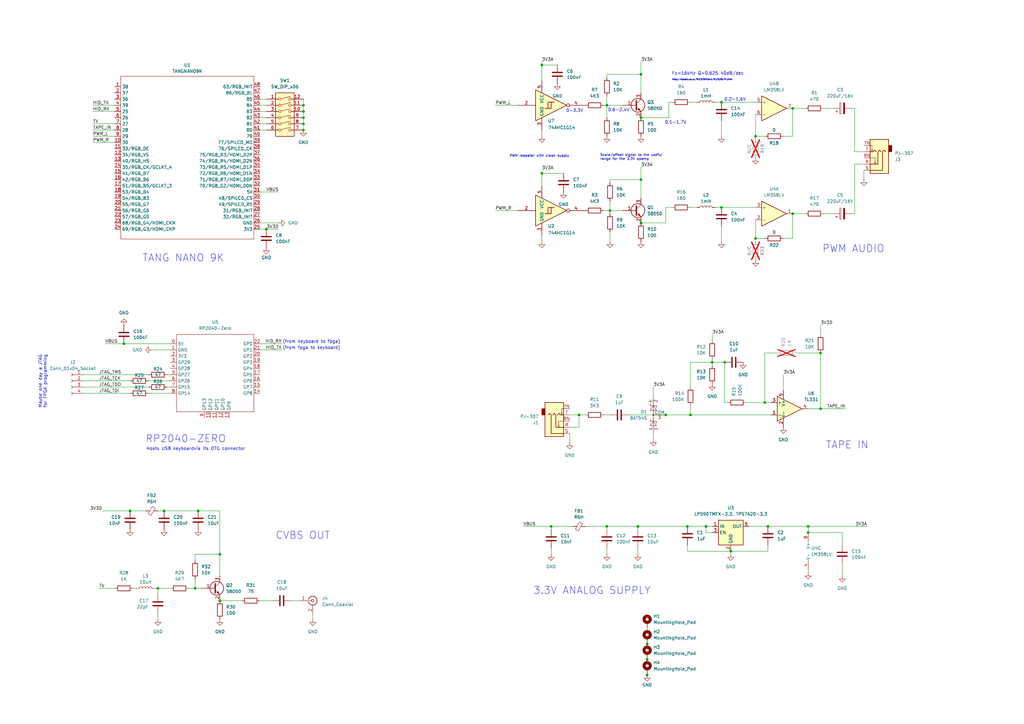
<source format=kicad_sch>
(kicad_sch (version 20231120) (generator "eeschema") (generator_version "8.0")
  (paper "A3")
  (title_block (title "VECTOR06CC TANG NANO 9K CARRIER BOARD") (rev "A") (company "svofski") (comment 1 "https://caglrc.cc") (comment 2 "https://github.com/svofski/vector06cc/"))
  (junction (at 295.91 41.91))
  (junction (at 325.12 87.63))
  (junction (at 295.91 85.09))
  (junction (at 265.43 276.86))
  (junction (at 262.89 73.66))
  (junction (at 226.06 215.9))
  (junction (at 262.89 30.48))
  (junction (at 237.49 170.18))
  (junction (at 64.77 241.3))
  (junction (at 313.69 165.1))
  (junction (at 314.96 215.9))
  (junction (at 297.18 148.59))
  (junction (at 309.88 55.88))
  (junction (at 53.34 209.55))
  (junction (at 67.31 209.55))
  (junction (at 336.55 167.64))
  (junction (at 265.43 270.51))
  (junction (at 80.01 241.3))
  (junction (at 222.25 71.12))
  (junction (at 336.55 144.78))
  (junction (at 124.46 50.8))
  (junction (at 81.28 209.55))
  (junction (at 248.92 215.9))
  (junction (at 262.89 48.26))
  (junction (at 292.1 148.59))
  (junction (at 331.47 215.9))
  (junction (at 250.19 86.36))
  (junction (at 281.94 215.9))
  (junction (at 109.22 93.98))
  (junction (at 124.46 53.34))
  (junction (at 265.43 264.16))
  (junction (at 325.12 44.45))
  (junction (at 299.72 226.06))
  (junction (at 261.62 215.9))
  (junction (at 124.46 43.18))
  (junction (at 50.8 140.97))
  (junction (at 273.05 170.18))
  (junction (at 262.89 91.44))
  (junction (at 309.88 97.79))
  (junction (at 248.92 43.18))
  (junction (at 90.17 246.38))
  (junction (at 90.17 227.33))
  (junction (at 222.25 26.67))
  (junction (at 124.46 48.26))
  (junction (at 283.21 170.18))
  (junction (at 331.47 218.44))
  (junction (at 289.56 215.9))
  (junction (at 124.46 45.72))
  (wire (pts (xy 106.68 78.74) (xy 114.3 78.74)))
  (wire (pts (xy 262.89 48.26) (xy 274.32 48.26)))
  (wire (pts (xy 314.96 215.9) (xy 331.47 215.9)))
  (wire (pts (xy 222.25 69.85) (xy 222.25 71.12)))
  (wire (pts (xy 124.46 45.72) (xy 124.46 48.26)))
  (wire (pts (xy 281.94 215.9) (xy 289.56 215.9)))
  (wire (pts (xy 222.25 71.12) (xy 231.14 71.12)))
  (wire (pts (xy 64.77 241.3) (xy 64.77 243.84)))
  (wire (pts (xy 289.56 215.9) (xy 292.1 215.9)))
  (wire (pts (xy 331.47 215.9) (xy 331.47 218.44)))
  (wire (pts (xy 349.25 87.63) (xy 350.52 87.63)))
  (wire (pts (xy 124.46 50.8) (xy 124.46 53.34)))
  (wire (pts (xy 293.37 85.09) (xy 295.91 85.09)))
  (wire (pts (xy 307.34 215.9) (xy 314.96 215.9)))
  (wire (pts (xy 273.05 170.18) (xy 283.21 170.18)))
  (wire (pts (xy 250.19 99.06) (xy 250.19 95.25)))
  (wire (pts (xy 267.97 177.8) (xy 267.97 180.34)))
  (wire (pts (xy 262.89 81.28) (xy 262.89 73.66)))
  (wire (pts (xy 261.62 215.9) (xy 281.94 215.9)))
  (wire (pts (xy 64.77 241.3) (xy 69.85 241.3)))
  (wire (pts (xy 331.47 167.64) (xy 336.55 167.64)))
  (wire (pts (xy 321.31 153.67) (xy 321.31 160.02)))
  (wire (pts (xy 248.92 30.48) (xy 248.92 31.75)))
  (wire (pts (xy 248.92 215.9) (xy 261.62 215.9)))
  (wire (pts (xy 80.01 229.87) (xy 80.01 227.33)))
  (wire (pts (xy 34.29 156.21) (xy 53.34 156.21)))
  (wire (pts (xy 106.68 40.64) (xy 109.22 40.64)))
  (wire (pts (xy 106.68 143.51) (xy 115.57 143.51)))
  (wire (pts (xy 261.62 215.9) (xy 261.62 217.17)))
  (wire (pts (xy 257.81 170.18) (xy 273.05 170.18)))
  (wire (pts (xy 62.23 143.51) (xy 69.85 143.51)))
  (wire (pts (xy 350.52 62.23) (xy 354.33 62.23)))
  (wire (pts (xy 293.37 41.91) (xy 295.91 41.91)))
  (wire (pts (xy 325.12 87.63) (xy 325.12 97.79)))
  (wire (pts (xy 64.77 209.55) (xy 67.31 209.55)))
  (wire (pts (xy 349.25 44.45) (xy 350.52 44.45)))
  (wire (pts (xy 283.21 166.37) (xy 283.21 170.18)))
  (wire (pts (xy 40.64 241.3) (xy 46.99 241.3)))
  (wire (pts (xy 313.69 144.78) (xy 318.77 144.78)))
  (wire (pts (xy 325.12 87.63) (xy 330.2 87.63)))
  (wire (pts (xy 240.03 215.9) (xy 248.92 215.9)))
  (wire (pts (xy 274.32 41.91) (xy 275.59 41.91)))
  (wire (pts (xy 345.44 218.44) (xy 345.44 223.52)))
  (wire (pts (xy 248.92 215.9) (xy 248.92 217.17)))
  (wire (pts (xy 106.68 91.44) (xy 114.3 91.44)))
  (wire (pts (xy 336.55 133.35) (xy 336.55 137.16)))
  (wire (pts (xy 289.56 218.44) (xy 289.56 215.9)))
  (wire (pts (xy 250.19 82.55) (xy 250.19 86.36)))
  (wire (pts (xy 67.31 209.55) (xy 81.28 209.55)))
  (wire (pts (xy 262.89 73.66) (xy 250.19 73.66)))
  (wire (pts (xy 34.29 158.75) (xy 60.96 158.75)))
  (wire (pts (xy 77.47 241.3) (xy 80.01 241.3)))
  (wire (pts (xy 233.68 170.18) (xy 237.49 170.18)))
  (wire (pts (xy 350.52 87.63) (xy 350.52 67.31)))
  (wire (pts (xy 53.34 209.55) (xy 59.69 209.55)))
  (wire (pts (xy 265.43 264.16) (xy 265.43 270.51)))
  (wire (pts (xy 273.05 91.44) (xy 273.05 85.09)))
  (wire (pts (xy 292.1 137.16) (xy 292.1 139.7)))
  (wire (pts (xy 309.88 55.88) (xy 309.88 57.15)))
  (wire (pts (xy 295.91 85.09) (xy 309.88 85.09)))
  (wire (pts (xy 41.91 209.55) (xy 53.34 209.55)))
  (wire (pts (xy 273.05 85.09) (xy 275.59 85.09)))
  (wire (pts (xy 283.21 85.09) (xy 285.75 85.09)))
  (wire (pts (xy 90.17 209.55) (xy 90.17 227.33)))
  (wire (pts (xy 106.68 53.34) (xy 109.22 53.34)))
  (wire (pts (xy 203.2 43.18) (xy 212.09 43.18)))
  (wire (pts (xy 292.1 148.59) (xy 297.18 148.59)))
  (wire (pts (xy 297.18 165.1) (xy 298.45 165.1)))
  (wire (pts (xy 309.88 90.17) (xy 309.88 97.79)))
  (wire (pts (xy 80.01 241.3) (xy 82.55 241.3)))
  (wire (pts (xy 261.62 224.79) (xy 261.62 227.33)))
  (wire (pts (xy 292.1 148.59) (xy 283.21 148.59)))
  (wire (pts (xy 274.32 48.26) (xy 274.32 41.91)))
  (wire (pts (xy 222.25 55.88) (xy 222.25 53.34)))
  (wire (pts (xy 309.88 46.99) (xy 309.88 55.88)))
  (wire (pts (xy 106.68 45.72) (xy 109.22 45.72)))
  (wire (pts (xy 38.1 50.8) (xy 46.99 50.8)))
  (wire (pts (xy 80.01 237.49) (xy 80.01 241.3)))
  (wire (pts (xy 222.25 25.4) (xy 222.25 26.67)))
  (wire (pts (xy 233.68 175.26) (xy 237.49 175.26)))
  (wire (pts (xy 345.44 231.14) (xy 345.44 236.22)))
  (wire (pts (xy 309.88 55.88) (xy 313.69 55.88)))
  (wire (pts (xy 265.43 270.51) (xy 265.43 276.86)))
  (wire (pts (xy 247.65 43.18) (xy 248.92 43.18)))
  (wire (pts (xy 325.12 44.45) (xy 330.2 44.45)))
  (wire (pts (xy 262.89 25.4) (xy 262.89 30.48)))
  (wire (pts (xy 106.68 140.97) (xy 115.57 140.97)))
  (wire (pts (xy 299.72 226.06) (xy 281.94 226.06)))
  (wire (pts (xy 247.65 86.36) (xy 250.19 86.36)))
  (wire (pts (xy 222.25 99.06) (xy 222.25 96.52)))
  (wire (pts (xy 80.01 227.33) (xy 90.17 227.33)))
  (wire (pts (xy 43.18 140.97) (xy 50.8 140.97)))
  (wire (pts (xy 34.29 161.29) (xy 53.34 161.29)))
  (wire (pts (xy 314.96 226.06) (xy 314.96 223.52)))
  (wire (pts (xy 350.52 44.45) (xy 350.52 62.23)))
  (wire (pts (xy 247.65 170.18) (xy 250.19 170.18)))
  (wire (pts (xy 214.63 215.9) (xy 226.06 215.9)))
  (wire (pts (xy 248.92 43.18) (xy 248.92 48.26)))
  (wire (pts (xy 267.97 158.75) (xy 267.97 162.56)))
  (wire (pts (xy 90.17 246.38) (xy 99.06 246.38)))
  (wire (pts (xy 262.89 38.1) (xy 262.89 30.48)))
  (wire (pts (xy 222.25 26.67) (xy 228.6 26.67)))
  (wire (pts (xy 326.39 144.78) (xy 336.55 144.78)))
  (wire (pts (xy 283.21 148.59) (xy 283.21 158.75)))
  (wire (pts (xy 222.25 26.67) (xy 222.25 33.02)))
  (wire (pts (xy 50.8 140.97) (xy 69.85 140.97)))
  (wire (pts (xy 262.89 30.48) (xy 248.92 30.48)))
  (wire (pts (xy 226.06 217.17) (xy 226.06 215.9)))
  (wire (pts (xy 337.82 44.45) (xy 341.63 44.45)))
  (wire (pts (xy 295.91 41.91) (xy 309.88 41.91)))
  (wire (pts (xy 81.28 209.55) (xy 90.17 209.55)))
  (wire (pts (xy 248.92 43.18) (xy 255.27 43.18)))
  (wire (pts (xy 336.55 167.64) (xy 346.71 167.64)))
  (wire (pts (xy 64.77 251.46) (xy 64.77 254)))
  (wire (pts (xy 350.52 67.31) (xy 354.33 67.31)))
  (wire (pts (xy 226.06 224.79) (xy 226.06 227.33)))
  (wire (pts (xy 68.58 153.67) (xy 69.85 153.67)))
  (wire (pts (xy 354.33 69.85) (xy 354.33 73.66)))
  (wire (pts (xy 309.88 97.79) (xy 313.69 97.79)))
  (wire (pts (xy 337.82 87.63) (xy 341.63 87.63)))
  (wire (pts (xy 265.43 257.81) (xy 265.43 264.16)))
  (wire (pts (xy 299.72 227.33) (xy 299.72 226.06)))
  (wire (pts (xy 331.47 233.68) (xy 331.47 234.95)))
  (wire (pts (xy 283.21 170.18) (xy 316.23 170.18)))
  (wire (pts (xy 124.46 48.26) (xy 124.46 50.8)))
  (wire (pts (xy 68.58 158.75) (xy 69.85 158.75)))
  (wire (pts (xy 38.1 58.42) (xy 46.99 58.42)))
  (wire (pts (xy 38.1 55.88) (xy 46.99 55.88)))
  (wire (pts (xy 55.88 241.3) (xy 54.61 241.3)))
  (wire (pts (xy 106.68 93.98) (xy 109.22 93.98)))
  (wire (pts (xy 297.18 148.59) (xy 297.18 165.1)))
  (wire (pts (xy 250.19 86.36) (xy 255.27 86.36)))
  (wire (pts (xy 109.22 93.98) (xy 114.3 93.98)))
  (wire (pts (xy 124.46 40.64) (xy 124.46 43.18)))
  (wire (pts (xy 321.31 97.79) (xy 325.12 97.79)))
  (wire (pts (xy 295.91 92.71) (xy 295.91 99.06)))
  (wire (pts (xy 262.89 68.58) (xy 262.89 73.66)))
  (wire (pts (xy 281.94 226.06) (xy 281.94 223.52)))
  (wire (pts (xy 233.68 177.8) (xy 233.68 181.61)))
  (wire (pts (xy 295.91 49.53) (xy 295.91 55.88)))
  (wire (pts (xy 237.49 175.26) (xy 237.49 170.18)))
  (wire (pts (xy 309.88 97.79) (xy 309.88 99.06)))
  (wire (pts (xy 203.2 86.36) (xy 212.09 86.36)))
  (wire (pts (xy 306.07 165.1) (xy 313.69 165.1)))
  (wire (pts (xy 292.1 218.44) (xy 289.56 218.44)))
  (wire (pts (xy 34.29 153.67) (xy 60.96 153.67)))
  (wire (pts (xy 292.1 148.59) (xy 292.1 149.86)))
  (wire (pts (xy 299.72 226.06) (xy 314.96 226.06)))
  (wire (pts (xy 128.27 251.46) (xy 128.27 254)))
  (wire (pts (xy 106.68 50.8) (xy 109.22 50.8)))
  (wire (pts (xy 237.49 170.18) (xy 240.03 170.18)))
  (wire (pts (xy 248.92 39.37) (xy 248.92 43.18)))
  (wire (pts (xy 38.1 45.72) (xy 46.99 45.72)))
  (wire (pts (xy 262.89 91.44) (xy 273.05 91.44)))
  (wire (pts (xy 331.47 215.9) (xy 355.6 215.9)))
  (wire (pts (xy 248.92 227.33) (xy 248.92 224.79)))
  (wire (pts (xy 106.68 48.26) (xy 109.22 48.26)))
  (wire (pts (xy 292.1 147.32) (xy 292.1 148.59)))
  (wire (pts (xy 60.96 156.21) (xy 69.85 156.21)))
  (wire (pts (xy 119.38 246.38) (xy 123.19 246.38)))
  (wire (pts (xy 106.68 246.38) (xy 111.76 246.38)))
  (wire (pts (xy 325.12 44.45) (xy 325.12 55.88)))
  (wire (pts (xy 313.69 165.1) (xy 313.69 144.78)))
  (wire (pts (xy 283.21 41.91) (xy 285.75 41.91)))
  (wire (pts (xy 63.5 241.3) (xy 64.77 241.3)))
  (wire (pts (xy 250.19 73.66) (xy 250.19 74.93)))
  (wire (pts (xy 222.25 71.12) (xy 222.25 76.2)))
  (wire (pts (xy 226.06 215.9) (xy 234.95 215.9)))
  (wire (pts (xy 60.96 161.29) (xy 69.85 161.29)))
  (wire (pts (xy 250.19 86.36) (xy 250.19 87.63)))
  (wire (pts (xy 106.68 43.18) (xy 109.22 43.18)))
  (wire (pts (xy 331.47 218.44) (xy 345.44 218.44)))
  (wire (pts (xy 325.12 55.88) (xy 321.31 55.88)))
  (wire (pts (xy 336.55 144.78) (xy 336.55 167.64)))
  (wire (pts (xy 38.1 53.34) (xy 46.99 53.34)))
  (wire (pts (xy 90.17 227.33) (xy 90.17 236.22)))
  (wire (pts (xy 38.1 43.18) (xy 46.99 43.18)))
  (wire (pts (xy 313.69 165.1) (xy 316.23 165.1)))
  (wire (pts (xy 124.46 43.18) (xy 124.46 45.72)))
  (text "PWM AUDIO" (at 350.012 102.108 0) (effects (font (size 3 3))))
  (text "Hosts USB keyboardvia its OTG connector" (at 80.264 184.15 0) (effects (font (size 1.27 1.27))))
  (text "(from keyboard to fpga)" (at 127.762 140.208 0) (effects (font (size 1.27 1.27))))
  (text "http://stades.co.uk/RLC%20filters/RLC%20LPF.html" (at 275.59 32.766 0) (effects (font (size 0.625 0.625)) (justify left)))
  (text "Maybe one day a JTAG\nfor FPGA programming" (at 17.526 156.464 90) (effects (font (size 1.27 1.27))))
  (text "3.3V ANALOG SUPPLY" (at 242.824 242.316 0) (effects (font (size 3 3))))
  (text "0.6-2.4V" (at 253.746 45.212 0) (effects (font (size 1.27 1.27))))
  (text "0.2-1.6V" (at 301.498 40.894 0) (effects (font (size 1.27 1.27))))
  (text "Scale/offset signal to the useful\nrange for the 3.3V opamp" (at 246.126 64.516 0) (effects (font (size 1 1)) (justify left)))
  (text "PWM repeater with clean supply" (at 221.234 64.008 0) (effects (font (size 1 1))))
  (text "(from fpga to keyboard)" (at 127.762 142.748 0) (effects (font (size 1.27 1.27))))
  (text "0.1-1.7V" (at 277.114 50.292 0) (effects (font (size 1.27 1.27))))
  (text "RP2040-ZERO" (at 76.2 180.086 0) (effects (font (size 3 3))))
  (text "Fc=16kHz Q=0.625 40dB/dec" (at 275.59 30.226 0) (effects (font (size 1.27 1.27)) (justify left)))
  (text "TAPE IN" (at 347.472 182.626 0) (effects (font (size 3 3))))
  (text "0-3.3V" (at 235.712 45.466 0) (effects (font (size 1.27 1.27))))
  (text "CVBS OUT" (at 124.206 219.71 0) (effects (font (size 3 3))))
  (text "TANG NANO 9K" (at 75.184 105.918 0) (effects (font (size 3 3))))
  (label "3V3D" (at 114.3 93.98 180))
  (label "3V3A" (at 267.97 158.75 0))
  (label "PWM_R" (at 203.2 86.36 0))
  (label "VBUS" (at 43.18 140.97 0))
  (label "3V3A" (at 292.1 137.16 0))
  (label "JTAG_TCK" (at 40.64 156.21 0))
  (label "JTAG_TMS" (at 40.64 153.67 0))
  (label "HID_RX" (at 115.57 140.97 180))
  (label "3V3A" (at 262.89 68.58 0))
  (label "VBUS" (at 114.3 78.74 180))
  (label "HID_TX" (at 38.1 43.18 0))
  (label "PWM_L" (at 38.1 55.88 0))
  (label "JTAG_TDO" (at 40.64 158.75 0))
  (label "TV" (at 38.1 50.8 0))
  (label "3V3A" (at 222.25 25.4 0))
  (label "PWM_L" (at 203.2 43.18 0))
  (label "JTAG_TDI" (at 40.64 161.29 0))
  (label "VBUS" (at 214.63 215.9 0))
  (label "TAPE_IN" (at 346.71 167.64 180))
  (label "3V3D" (at 41.91 209.55 180))
  (label "HID_RX" (at 38.1 45.72 0))
  (label "3V3A" (at 355.6 215.9 180))
  (label "HID_TX" (at 115.57 143.51 180))
  (label "3V3A" (at 321.31 153.67 0))
  (label "3V3D" (at 336.55 133.35 0))
  (label "TAPE_IN" (at 38.1 53.34 0))
  (label "TV" (at 40.64 241.3 0))
  (label "3V3A" (at 262.89 25.4 0))
  (label "3V3A" (at 222.25 69.85 0))
  (label "PWM_R" (at 38.1 58.42 0))
  (symbol (lib_id "Device:L") (at 59.69 241.3 270) (mirror x) (unit 1)
    (property "Reference" "L3" (at 59.69 236.22 90))
    (property "Value" "10uH" (at 59.69 238.76 90))
    (property "Footprint" "Inductor_SMD:L_0805_2012Metric" (effects (hide yes)))
    (property "Description" "Inductor CMI201209X100KT" (effects (hide yes)))
  )
  (symbol (lib_id "Device:C") (at 248.92 220.98 0) (unit 1)
    (property "Reference" "C12" (at 252.73 219.7099 0) (effects (justify left)))
    (property "Value" "100nF" (at 252.73 222.2499 0) (effects (justify left)))
    (property "Footprint" "Capacitor_SMD:C_0603_1608Metric" (effects (hide yes)))
    (property "Description" "Unpolarized capacitor" (effects (hide yes)))
  )
  (symbol (lib_id "Device:Q_NPN_BEC") (at 87.63 241.3 0) (unit 1)
    (property "Reference" "Q2" (at 92.71 240.0299 0) (effects (justify left)))
    (property "Value" "S8050" (at 92.71 242.5699 0) (effects (justify left)))
    (property "Footprint" "Package_TO_SOT_SMD:SOT-23" (effects (hide yes)))
    (property "Description" "NPN transistor, base/emitter/collector" (effects (hide yes)))
  )
  (symbol (lib_id "power:GND") (at 299.72 227.33 0) (unit 1)
    (property "Reference" "#PWR01" (effects (hide yes)))
    (property "Value" "GND" (at 299.72 232.41 0))
    (property "Description" "Power symbol creates a global label with name \"GND\" , ground" (effects (hide yes)))
  )
  (symbol (lib_id "power:GND") (at 304.8 148.59 0) (unit 1)
    (property "Reference" "#PWR015" (effects (hide yes)))
    (property "Value" "GND" (at 304.8 153.67 0))
    (property "Description" "Power symbol creates a global label with name \"GND\" , ground" (effects (hide yes)))
  )
  (symbol (lib_id "Device:FerriteBead_Small") (at 62.23 209.55 90) (unit 1)
    (property "Reference" "FB2" (at 62.1919 203.2 90))
    (property "Value" "R6H" (at 62.1919 205.74 90))
    (property "Footprint" "Inductor_THT:L_Radial_D6.0mm_P4.00mm" (effects (hide yes)))
    (property "Description" "Ferrite bead, small symbol" (effects (hide yes)))
  )
  (symbol (lib_id "power:GND") (at 226.06 227.33 0) (unit 1)
    (property "Reference" "#PWR022" (effects (hide yes)))
    (property "Value" "GND" (at 226.06 232.41 0))
    (property "Description" "Power symbol creates a global label with name \"GND\" , ground" (effects (hide yes)))
  )
  (symbol (lib_id "power:GND") (at 222.25 55.88 0) (unit 1)
    (property "Reference" "#PWR016" (effects (hide yes)))
    (property "Value" "GND" (effects (hide yes)))
    (property "Description" "Power symbol creates a global label with name \"GND\" , ground" (effects (hide yes)))
  )
  (symbol (lib_id "Device:C") (at 64.77 247.65 0) (mirror x) (unit 1)
    (property "Reference" "C17" (at 60.96 246.3799 0) (effects (justify right)))
    (property "Value" "22pF" (at 60.96 248.9199 0) (effects (justify right)))
    (property "Footprint" "Capacitor_SMD:C_0603_1608Metric" (effects (hide yes)))
    (property "Description" "Unpolarized capacitor" (effects (hide yes)))
  )
  (symbol (lib_id "Device:R") (at 243.84 86.36 270) (unit 1)
    (property "Reference" "R3" (at 243.84 80.01 90))
    (property "Value" "4K3" (at 243.84 82.55 90))
    (property "Footprint" "Resistor_SMD:R_0805_2012Metric" (effects (hide yes)))
    (property "Description" "Resistor" (effects (hide yes)))
  )
  (symbol (lib_id "Device:R") (at 309.88 60.96 180) (unit 1) (dnp yes)
    (property "Reference" "R19" (at 312.674 60.96 90))
    (property "Value" "N/C" (at 307.34 60.96 90))
    (property "Footprint" "Resistor_SMD:R_0805_2012Metric" (effects (hide yes)))
    (property "Description" "Resistor" (effects (hide yes)))
  )
  (symbol (lib_id "MCU_RaspberryPi_and_Boards:RP2040-Zero") (at 88.9 151.13 0) (unit 1)
    (property "Reference" "U5" (at 88.265 132.08 0))
    (property "Value" "RP2040-Zero" (at 88.265 134.62 0))
    (property "Footprint" "RP2040-Zero:rp2040-zero" (effects (hide yes)))
    (property "Datasheet" "https://www.waveshare.com/wiki/RP2040-Zero" (effects (hide yes)))
  )
  (symbol (lib_id "Device:R") (at 302.26 165.1 90) (unit 1)
    (property "Reference" "R15" (at 300.9899 162.56 0) (effects (justify left)))
    (property "Value" "100K" (at 303.5299 162.56 0) (effects (justify left)))
    (property "Footprint" "Resistor_SMD:R_0805_2012Metric" (effects (hide yes)))
    (property "Description" "Resistor" (effects (hide yes)))
  )
  (symbol (lib_id "Device:C") (at 226.06 220.98 0) (unit 1)
    (property "Reference" "C11" (at 229.87 219.7099 0) (effects (justify left)))
    (property "Value" "10nF" (at 229.87 222.2499 0) (effects (justify left)))
    (property "Footprint" "Capacitor_SMD:C_0805_2012Metric" (effects (hide yes)))
    (property "Description" "Unpolarized capacitor" (effects (hide yes)))
  )
  (symbol (lib_id "power:GND") (at 64.77 254 0) (mirror y) (unit 1)
    (property "Reference" "#PWR031" (effects (hide yes)))
    (property "Value" "GND" (at 64.77 259.08 0))
    (property "Description" "Power symbol creates a global label with name \"GND\" , ground" (effects (hide yes)))
  )
  (symbol (lib_id "power:GND") (at 331.47 234.95 0) (unit 1)
    (property "Reference" "#PWR07" (effects (hide yes)))
    (property "Value" "GND" (at 331.47 240.03 0))
    (property "Description" "Power symbol creates a global label with name \"GND\" , ground" (effects (hide yes)))
  )
  (symbol (lib_id "Device:R") (at 57.15 156.21 90) (unit 1)
    (property "Reference" "R25" (at 57.15 153.924 90))
    (property "Value" "47" (at 57.15 156.21 90))
    (property "Footprint" "Resistor_SMD:R_0805_2012Metric" (effects (hide yes)))
    (property "Description" "Resistor" (effects (hide yes)))
  )
  (symbol (lib_id "Device:R") (at 279.4 41.91 90) (unit 1)
    (property "Reference" "R4" (at 279.4 35.56 90))
    (property "Value" "160" (at 279.4 38.1 90))
    (property "Footprint" "Resistor_SMD:R_0805_2012Metric" (effects (hide yes)))
    (property "Description" "Resistor" (effects (hide yes)))
  )
  (symbol (lib_id "power:GND") (at 354.33 73.66 0) (unit 1)
    (property "Reference" "#PWR018" (effects (hide yes)))
    (property "Value" "GND" (effects (hide yes)))
    (property "Description" "Power symbol creates a global label with name \"GND\" , ground" (effects (hide yes)))
  )
  (symbol (lib_id "Device:R") (at 309.88 102.87 180) (unit 1) (dnp yes)
    (property "Reference" "R23" (at 312.674 102.87 90))
    (property "Value" "N/C" (at 307.34 102.87 90))
    (property "Footprint" "Resistor_SMD:R_0805_2012Metric" (effects (hide yes)))
    (property "Description" "Resistor" (effects (hide yes)))
  )
  (symbol (lib_id "power:GND") (at 114.3 91.44 90) (unit 1)
    (property "Reference" "#PWR02" (effects (hide yes)))
    (property "Value" "GND" (at 118.11 91.4399 90) (effects (justify right)))
    (property "Description" "Power symbol creates a global label with name \"GND\" , ground" (effects (hide yes)))
  )
  (symbol (lib_id "power:GND") (at 261.62 227.33 0) (unit 1)
    (property "Reference" "#PWR020" (effects (hide yes)))
    (property "Value" "GND" (at 261.62 232.41 0))
    (property "Description" "Power symbol creates a global label with name \"GND\" , ground" (effects (hide yes)))
  )
  (symbol (lib_id "Mechanical:MountingHole_Pad") (at 265.43 255.27 0) (unit 1) (exclude_from_sim yes) (in_bom no)
    (property "Reference" "H1" (at 267.97 252.7299 0) (effects (justify left)))
    (property "Value" "MountingHole_Pad" (at 267.97 255.2699 0) (effects (justify left)))
    (property "Footprint" "MountingHole:MountingHole_3.2mm_M3_DIN965_Pad" (effects (hide yes)))
    (property "Description" "Mounting Hole with connection" (effects (hide yes)))
  )
  (symbol (lib_id "power:GND") (at 90.17 254 0) (mirror y) (unit 1)
    (property "Reference" "#PWR032" (effects (hide yes)))
    (property "Value" "GND" (at 90.17 259.08 0))
    (property "Description" "Power symbol creates a global label with name \"GND\" , ground" (effects (hide yes)))
  )
  (symbol (lib_id "Amplifier_Operational:OPA1602") (at 334.01 226.06 0) (unit 3)
    (property "Reference" "U4" (at 332.74 224.7899 0) (effects (justify left)))
    (property "Value" "LM358LV" (at 332.74 227.3299 0) (effects (justify left)))
    (property "Footprint" "Package_SO:SOIC-8_3.9x4.9mm_P1.27mm" (effects (hide yes)))
    (property "Datasheet" "http://www.ti.com/lit/ds/symlink/opa1604.pdf" (effects (hide yes)))
    (property "Description" "Dual SoundPlus High Performance, Bipolar-Input Audio Operational Amplifiers, SOIC-8/MSOP-8" (effects (hide yes)))
  )
  (symbol (lib_id "Device:C") (at 109.22 97.79 180) (unit 1)
    (property "Reference" "C8" (at 113.03 96.5199 0) (effects (justify right)))
    (property "Value" "100nF" (at 113.03 99.0599 0) (effects (justify right)))
    (property "Footprint" "Capacitor_SMD:C_0603_1608Metric" (effects (hide yes)))
    (property "Description" "Unpolarized capacitor" (effects (hide yes)))
  )
  (symbol (lib_id "Device:C") (at 50.8 137.16 180) (unit 1)
    (property "Reference" "C16" (at 54.61 135.8899 0) (effects (justify right)))
    (property "Value" "100nF" (at 54.61 138.4299 0) (effects (justify right)))
    (property "Footprint" "Capacitor_SMD:C_0603_1608Metric" (effects (hide yes)))
    (property "Description" "Unpolarized capacitor" (effects (hide yes)))
  )
  (symbol (lib_id "Mechanical:MountingHole_Pad") (at 265.43 261.62 0) (unit 1) (exclude_from_sim yes) (in_bom no)
    (property "Reference" "H2" (at 267.97 259.0799 0) (effects (justify left)))
    (property "Value" "MountingHole_Pad" (at 267.97 261.6199 0) (effects (justify left)))
    (property "Footprint" "MountingHole:MountingHole_3.2mm_M3_DIN965_Pad" (effects (hide yes)))
    (property "Description" "Mounting Hole with connection" (effects (hide yes)))
  )
  (symbol (lib_id "power:GND") (at 309.88 106.68 0) (unit 1)
    (property "Reference" "#PWR024" (effects (hide yes)))
    (property "Value" "GND" (effects (hide yes)))
    (property "Description" "Power symbol creates a global label with name \"GND\" , ground" (effects (hide yes)))
  )
  (symbol (lib_id "Comparator:TL331") (at 323.85 167.64 0) (unit 1)
    (property "Reference" "U6" (at 332.74 161.3214 0))
    (property "Value" "TL331" (at 332.74 163.8614 0))
    (property "Footprint" "Package_TO_SOT_SMD:SOT-23-5" (effects (hide yes)))
    (property "Datasheet" "http://www.ti.com/lit/ds/symlink/tl331.pdf" (effects (hide yes)))
    (property "Description" "Single Differential Comparator with Open-Collector Output, SOT-23-5" (effects (hide yes)))
  )
  (symbol (lib_id "power:GND") (at 248.92 55.88 0) (unit 1)
    (property "Reference" "#PWR05" (effects (hide yes)))
    (property "Value" "GND" (effects (hide yes)))
    (property "Description" "Power symbol creates a global label with name \"GND\" , ground" (effects (hide yes)))
  )
  (symbol (lib_id "power:GND") (at 248.92 227.33 0) (unit 1)
    (property "Reference" "#PWR021" (effects (hide yes)))
    (property "Value" "GND" (at 248.92 232.41 0))
    (property "Description" "Power symbol creates a global label with name \"GND\" , ground" (effects (hide yes)))
  )
  (symbol (lib_id "power:GND") (at 62.23 143.51 270) (unit 1)
    (property "Reference" "#PWR027" (effects (hide yes)))
    (property "Value" "GND" (at 58.42 143.5099 90) (effects (justify right)))
    (property "Description" "Power symbol creates a global label with name \"GND\" , ground" (effects (hide yes)))
  )
  (symbol (lib_id "power:GND") (at 124.46 53.34 0) (unit 1)
    (property "Reference" "#PWR028" (effects (hide yes)))
    (property "Value" "GND" (at 124.46 58.42 0))
    (property "Description" "Power symbol creates a global label with name \"GND\" , ground" (effects (hide yes)))
  )
  (symbol (lib_id "Device:R") (at 283.21 162.56 0) (mirror y) (unit 1)
    (property "Reference" "R14" (at 280.67 161.2899 0) (effects (justify left)))
    (property "Value" "100K" (at 280.67 163.8299 0) (effects (justify left)))
    (property "Footprint" "Resistor_SMD:R_0805_2012Metric" (effects (hide yes)))
    (property "Description" "Resistor" (effects (hide yes)))
  )
  (symbol (lib_id "Device:Q_NPN_BEC") (at 260.35 86.36 0) (unit 1)
    (property "Reference" "Q1" (at 265.43 85.0899 0) (effects (justify left)))
    (property "Value" "S8050" (at 265.43 87.6299 0) (effects (justify left)))
    (property "Footprint" "Package_TO_SOT_SMD:SOT-23" (effects (hide yes)))
    (property "Description" "NPN transistor, base/emitter/collector" (effects (hide yes)))
  )
  (symbol (lib_id "Device:R") (at 262.89 95.25 180) (unit 1)
    (property "Reference" "R10" (at 265.43 93.9799 0) (effects (justify right)))
    (property "Value" "100" (at 265.43 96.5199 0) (effects (justify right)))
    (property "Footprint" "Resistor_SMD:R_0805_2012Metric" (effects (hide yes)))
    (property "Description" "Resistor" (effects (hide yes)))
  )
  (symbol (lib_id "power:GND") (at 262.89 99.06 0) (unit 1)
    (property "Reference" "#PWR09" (effects (hide yes)))
    (property "Value" "GND" (effects (hide yes)))
    (property "Description" "Power symbol creates a global label with name \"GND\" , ground" (effects (hide yes)))
  )
  (symbol (lib_id "Device:C") (at 295.91 45.72 180) (unit 1)
    (property "Reference" "C14" (at 299.72 44.4499 0) (effects (justify right)))
    (property "Value" "100nF" (at 299.72 46.9899 0) (effects (justify right)))
    (property "Footprint" "Capacitor_SMD:C_0603_1608Metric" (effects (hide yes)))
    (property "Description" "Unpolarized capacitor" (effects (hide yes)))
  )
  (symbol (lib_id "Device:R") (at 50.8 241.3 270) (mirror x) (unit 1)
    (property "Reference" "R28" (at 50.8 234.95 90))
    (property "Value" "1K" (at 50.8 237.49 90))
    (property "Footprint" "Resistor_SMD:R_0805_2012Metric" (effects (hide yes)))
    (property "Description" "Resistor" (effects (hide yes)))
  )
  (symbol (lib_id "Device:R") (at 250.19 91.44 0) (unit 1)
    (property "Reference" "R9" (at 252.73 90.1699 0) (effects (justify left)))
    (property "Value" "10K" (at 252.73 92.7099 0) (effects (justify left)))
    (property "Footprint" "Resistor_SMD:R_0805_2012Metric" (effects (hide yes)))
    (property "Description" "Resistor" (effects (hide yes)))
  )
  (symbol (lib_id "Device:C_Polarized") (at 345.44 44.45 90) (unit 1)
    (property "Reference" "C3" (at 344.551 36.83 90))
    (property "Value" "220uF/16V" (at 344.551 39.37 90))
    (property "Footprint" "Capacitor_SMD:CP_Elec_6.3x7.7" (effects (hide yes)))
    (property "Description" "Polarized capacitor" (effects (hide yes)))
  )
  (symbol (lib_id "Device:R") (at 248.92 52.07 0) (unit 1)
    (property "Reference" "R8" (at 251.46 50.7999 0) (effects (justify left)))
    (property "Value" "10K" (at 251.46 53.3399 0) (effects (justify left)))
    (property "Footprint" "Resistor_SMD:R_0805_2012Metric" (effects (hide yes)))
    (property "Description" "Resistor" (effects (hide yes)))
  )
  (symbol (lib_id "power:GND") (at 81.28 217.17 0) (unit 1)
    (property "Reference" "#PWR035" (effects (hide yes)))
    (property "Value" "GND" (effects (hide yes)))
    (property "Description" "Power symbol creates a global label with name \"GND\" , ground" (effects (hide yes)))
  )
  (symbol (lib_id "power:GND") (at 321.31 175.26 0) (unit 1)
    (property "Reference" "#PWR012" (effects (hide yes)))
    (property "Value" "GND" (at 321.31 180.34 0))
    (property "Description" "Power symbol creates a global label with name \"GND\" , ground" (effects (hide yes)))
  )
  (symbol (lib_id "Device:R") (at 243.84 43.18 270) (unit 1)
    (property "Reference" "R7" (at 243.84 36.83 90))
    (property "Value" "4K3" (at 243.84 39.37 90))
    (property "Footprint" "Resistor_SMD:R_0805_2012Metric" (effects (hide yes)))
    (property "Description" "Resistor" (effects (hide yes)))
  )
  (symbol (lib_id "Device:R") (at 279.4 85.09 90) (unit 1)
    (property "Reference" "R16" (at 279.4 78.74 90))
    (property "Value" "160" (at 279.4 81.28 90))
    (property "Footprint" "Resistor_SMD:R_0805_2012Metric" (effects (hide yes)))
    (property "Description" "Resistor" (effects (hide yes)))
  )
  (symbol (lib_id "Device:R") (at 262.89 52.07 180) (unit 1)
    (property "Reference" "R5" (at 265.43 50.7999 0) (effects (justify right)))
    (property "Value" "100" (at 265.43 53.3399 0) (effects (justify right)))
    (property "Footprint" "Resistor_SMD:R_0805_2012Metric" (effects (hide yes)))
    (property "Description" "Resistor" (effects (hide yes)))
  )
  (symbol (lib_id "SipeedTangNano9k:Tang_Nano_9k") (at 77.47 63.5 0) (unit 1)
    (property "Reference" "U1" (at 76.835 26.67 0))
    (property "Value" "TANGNANO9K" (at 76.835 29.21 0))
    (property "Footprint" "TangNano9k:TangNano9k" (effects (hide yes)))
    (property "Datasheet" "https://wiki.sipeed.com/hardware/en/tang/Tang-Nano-9K/Nano-9K.html" (effects (hide yes)))
  )
  (symbol (lib_id "power:GND") (at 250.19 99.06 0) (unit 1)
    (property "Reference" "#PWR08" (effects (hide yes)))
    (property "Value" "GND" (effects (hide yes)))
    (property "Description" "Power symbol creates a global label with name \"GND\" , ground" (effects (hide yes)))
  )
  (symbol (lib_id "Device:C_Polarized") (at 345.44 87.63 90) (unit 1)
    (property "Reference" "C5" (at 344.551 80.01 90))
    (property "Value" "220uF/16V" (at 344.551 82.55 90))
    (property "Footprint" "Capacitor_SMD:CP_Elec_6.3x7.7" (effects (hide yes)))
    (property "Description" "Polarized capacitor" (effects (hide yes)))
  )
  (symbol (lib_id "Device:R") (at 243.84 170.18 90) (unit 1)
    (property "Reference" "R11" (at 243.84 163.83 90))
    (property "Value" "3K3" (at 243.84 166.37 90))
    (property "Footprint" "Resistor_SMD:R_0805_2012Metric" (effects (hide yes)))
    (property "Description" "Resistor" (effects (hide yes)))
  )
  (symbol (lib_id "Device:C") (at 115.57 246.38 90) (unit 1)
    (property "Reference" "C18" (at 115.57 238.76 90))
    (property "Value" "10uF" (at 115.57 241.3 90))
    (property "Footprint" "Capacitor_SMD:C_0805_2012Metric" (effects (hide yes)))
    (property "Description" "Unpolarized capacitor" (effects (hide yes)))
  )
  (symbol (lib_id "Device:FerriteBead_Small") (at 237.49 215.9 90) (unit 1)
    (property "Reference" "FB1" (at 237.4519 209.55 90))
    (property "Value" "R6H" (at 237.4519 212.09 90))
    (property "Footprint" "Inductor_THT:L_Radial_D6.0mm_P4.00mm" (effects (hide yes)))
    (property "Description" "Ferrite bead, small symbol" (effects (hide yes)))
  )
  (symbol (lib_id "Device:R") (at 57.15 161.29 90) (unit 1)
    (property "Reference" "R27" (at 57.15 159.004 90))
    (property "Value" "47" (at 57.15 161.29 90))
    (property "Footprint" "Resistor_SMD:R_0805_2012Metric" (effects (hide yes)))
    (property "Description" "Resistor" (effects (hide yes)))
  )
  (symbol (lib_id "power:GND") (at 128.27 254 0) (mirror y) (unit 1)
    (property "Reference" "#PWR030" (effects (hide yes)))
    (property "Value" "GND" (at 128.27 259.08 0))
    (property "Description" "Power symbol creates a global label with name \"GND\" , ground" (effects (hide yes)))
  )
  (symbol (lib_id "Device:R") (at 248.92 35.56 0) (unit 1)
    (property "Reference" "R2" (at 251.46 34.2899 0) (effects (justify left)))
    (property "Value" "10K" (at 251.46 36.8299 0) (effects (justify left)))
    (property "Footprint" "Resistor_SMD:R_0805_2012Metric" (effects (hide yes)))
    (property "Description" "Resistor" (effects (hide yes)))
  )
  (symbol (lib_id "power:GND") (at 233.68 181.61 0) (unit 1)
    (property "Reference" "#PWR011" (effects (hide yes)))
    (property "Value" "GND" (at 233.68 186.69 0))
    (property "Description" "Power symbol creates a global label with name \"GND\" , ground" (effects (hide yes)))
  )
  (symbol (lib_id "Device:C") (at 345.44 227.33 180) (unit 1)
    (property "Reference" "C15" (at 349.25 226.0599 0) (effects (justify right)))
    (property "Value" "100nF" (at 349.25 228.5999 0) (effects (justify right)))
    (property "Footprint" "Capacitor_SMD:C_0603_1608Metric" (effects (hide yes)))
    (property "Description" "Unpolarized capacitor" (effects (hide yes)))
  )
  (symbol (lib_id "Device:C") (at 231.14 74.93 180) (unit 1)
    (property "Reference" "C7" (at 234.95 73.6599 0) (effects (justify right)))
    (property "Value" "100nF" (at 234.95 76.1999 0) (effects (justify right)))
    (property "Footprint" "Capacitor_SMD:C_0603_1608Metric" (effects (hide yes)))
    (property "Description" "Unpolarized capacitor" (effects (hide yes)))
  )
  (symbol (lib_id "power:GND") (at 222.25 99.06 0) (unit 1)
    (property "Reference" "#PWR06" (effects (hide yes)))
    (property "Value" "GND" (effects (hide yes)))
    (property "Description" "Power symbol creates a global label with name \"GND\" , ground" (effects (hide yes)))
  )
  (symbol (lib_id "Device:C") (at 295.91 88.9 180) (unit 1)
    (property "Reference" "C4" (at 299.72 87.6299 0) (effects (justify right)))
    (property "Value" "100nF" (at 299.72 90.1699 0) (effects (justify right)))
    (property "Footprint" "Capacitor_SMD:C_0603_1608Metric" (effects (hide yes)))
    (property "Description" "Unpolarized capacitor" (effects (hide yes)))
  )
  (symbol (lib_id "Regulator_Linear:LP5907MFX-3.3") (at 299.72 218.44 0) (unit 1)
    (property "Reference" "U3" (at 299.72 208.28 0))
    (property "Value" "LP5907MFX-3.3, TPS7A20-3.3" (at 299.72 210.82 0))
    (property "Footprint" "Package_TO_SOT_SMD:SOT-23-5" (effects (hide yes)))
    (property "Datasheet" "http://www.ti.com/lit/ds/symlink/lp5907.pdf" (effects (hide yes)))
    (property "Description" "250-mA Ultra-Low-Noise Low-IQ LDO, 3.3V, SOT-23" (effects (hide yes)))
  )
  (symbol (lib_id "Amplifier_Operational:OPA1602") (at 317.5 44.45 0) (unit 2)
    (property "Reference" "U4" (at 317.5 34.29 0))
    (property "Value" "LM358LV" (at 317.5 36.83 0))
    (property "Footprint" "Package_SO:SOIC-8_3.9x4.9mm_P1.27mm" (effects (hide yes)))
    (property "Datasheet" "http://www.ti.com/lit/ds/symlink/opa1604.pdf" (effects (hide yes)))
    (property "Description" "Dual SoundPlus High Performance, Bipolar-Input Audio Operational Amplifiers, SOIC-8/MSOP-8" (effects (hide yes)))
  )
  (symbol (lib_id "power:GND") (at 50.8 133.35 180) (unit 1)
    (property "Reference" "#PWR029" (effects (hide yes)))
    (property "Value" "GND" (at 50.8 128.27 0))
    (property "Description" "Power symbol creates a global label with name \"GND\" , ground" (effects (hide yes)))
  )
  (symbol (lib_id "power:GND") (at 267.97 180.34 0) (unit 1)
    (property "Reference" "#PWR014" (effects (hide yes)))
    (property "Value" "GND" (at 267.97 185.42 0))
    (property "Description" "Power symbol creates a global label with name \"GND\" , ground" (effects (hide yes)))
  )
  (symbol (lib_id "power:GND") (at 109.22 101.6 0) (unit 1)
    (property "Reference" "#PWR025" (effects (hide yes)))
    (property "Value" "GND" (at 109.22 105.664 0))
    (property "Description" "Power symbol creates a global label with name \"GND\" , ground" (effects (hide yes)))
  )
  (symbol (lib_id "Connector:Conn_01x04_Socket") (at 29.21 156.21 0) (mirror y) (unit 1)
    (property "Reference" "J2" (at 29.845 148.59 0))
    (property "Value" "Conn_01x04_Socket" (at 29.845 151.13 0))
    (property "Footprint" "Connector_PinSocket_2.54mm:PinSocket_1x04_P2.54mm_Vertical" (effects (hide yes)))
    (property "Description" "Generic connector, single row, 01x04, script generated" (effects (hide yes)))
  )
  (symbol (lib_id "Device:R") (at 292.1 153.67 0) (mirror y) (unit 1)
    (property "Reference" "R13" (at 289.56 152.3999 0) (effects (justify left)))
    (property "Value" "10K" (at 289.56 154.9399 0) (effects (justify left)))
    (property "Footprint" "Resistor_SMD:R_0805_2012Metric" (effects (hide yes)))
    (property "Description" "Resistor" (effects (hide yes)))
  )
  (symbol (lib_id "Device:C") (at 228.6 30.48 180) (unit 1)
    (property "Reference" "C6" (at 232.41 29.2099 0) (effects (justify right)))
    (property "Value" "100nF" (at 232.41 31.7499 0) (effects (justify right)))
    (property "Footprint" "Capacitor_SMD:C_0603_1608Metric" (effects (hide yes)))
    (property "Description" "Unpolarized capacitor" (effects (hide yes)))
  )
  (symbol (lib_id "Amplifier_Operational:OPA1602") (at 317.5 87.63 0) (unit 1)
    (property "Reference" "U4" (at 317.5 77.47 0))
    (property "Value" "LM358LV" (at 317.5 80.01 0))
    (property "Footprint" "Package_SO:SOIC-8_3.9x4.9mm_P1.27mm" (effects (hide yes)))
    (property "Datasheet" "http://www.ti.com/lit/ds/symlink/opa1604.pdf" (effects (hide yes)))
    (property "Description" "Dual SoundPlus High Performance, Bipolar-Input Audio Operational Amplifiers, SOIC-8/MSOP-8" (effects (hide yes)))
  )
  (symbol (lib_id "Device:C") (at 254 170.18 90) (unit 1)
    (property "Reference" "C9" (at 254 162.56 90))
    (property "Value" "1uF" (at 254 165.1 90))
    (property "Footprint" "Capacitor_SMD:C_0805_2012Metric" (effects (hide yes)))
    (property "Description" "Unpolarized capacitor" (effects (hide yes)))
  )
  (symbol (lib_id "power:GND") (at 345.44 236.22 0) (unit 1)
    (property "Reference" "#PWR026" (effects (hide yes)))
    (property "Value" "GND" (at 345.44 241.3 0))
    (property "Description" "Power symbol creates a global label with name \"GND\" , ground" (effects (hide yes)))
  )
  (symbol (lib_id "74xGxx:74AHC1G14") (at 227.33 86.36 0) (unit 1)
    (property "Reference" "U2" (at 226.06 92.71 0))
    (property "Value" "74AHC1G14" (at 230.378 95.504 0))
    (property "Footprint" "Package_TO_SOT_SMD:SOT-23-5" (effects (hide yes)))
    (property "Datasheet" "https://www.ti.com/lit/ds/symlink/sn74lvc1g14.pdf" (effects (hide yes)))
    (property "Description" "Single Schmitt NOT Gate, Low-Voltage CMOS" (effects (hide yes)))
  )
  (symbol (lib_id "Device:C") (at 281.94 219.71 0) (unit 1)
    (property "Reference" "C1" (at 285.75 218.4399 0) (effects (justify left)))
    (property "Value" "1uF" (at 285.75 220.9799 0) (effects (justify left)))
    (property "Footprint" "Capacitor_SMD:C_0805_2012Metric" (effects (hide yes)))
    (property "Description" "Unpolarized capacitor" (effects (hide yes)))
  )
  (symbol (lib_id "Device:R") (at 102.87 246.38 90) (mirror x) (unit 1)
    (property "Reference" "R31" (at 102.87 240.03 90))
    (property "Value" "75" (at 102.87 242.57 90))
    (property "Footprint" "Resistor_SMD:R_0805_2012Metric" (effects (hide yes)))
    (property "Description" "Resistor" (effects (hide yes)))
  )
  (symbol (lib_id "power:GND") (at 295.91 55.88 0) (unit 1)
    (property "Reference" "#PWR04" (effects (hide yes)))
    (property "Value" "GND" (effects (hide yes)))
    (property "Description" "Power symbol creates a global label with name \"GND\" , ground" (effects (hide yes)))
  )
  (symbol (lib_id "Device:R") (at 317.5 55.88 90) (unit 1)
    (property "Reference" "R18" (at 317.5 58.674 90))
    (property "Value" "0" (at 317.5 53.34 90))
    (property "Footprint" "Resistor_SMD:R_0805_2012Metric" (effects (hide yes)))
    (property "Description" "Resistor" (effects (hide yes)))
  )
  (symbol (lib_id "Device:R") (at 80.01 233.68 0) (mirror y) (unit 1)
    (property "Reference" "R32" (at 82.55 232.4099 0) (effects (justify right)))
    (property "Value" "10K" (at 82.55 234.9499 0) (effects (justify right)))
    (property "Footprint" "Resistor_SMD:R_0805_2012Metric" (effects (hide yes)))
    (property "Description" "Resistor" (effects (hide yes)))
  )
  (symbol (lib_id "power:GND") (at 67.31 217.17 0) (unit 1)
    (property "Reference" "#PWR034" (effects (hide yes)))
    (property "Value" "GND" (effects (hide yes)))
    (property "Description" "Power symbol creates a global label with name \"GND\" , ground" (effects (hide yes)))
  )
  (symbol (lib_id "power:GND") (at 53.34 217.17 0) (mirror y) (unit 1)
    (property "Reference" "#PWR033" (effects (hide yes)))
    (property "Value" "GND" (effects (hide yes)))
    (property "Description" "Power symbol creates a global label with name \"GND\" , ground" (effects (hide yes)))
  )
  (symbol (lib_id "Device:R") (at 292.1 143.51 0) (mirror y) (unit 1)
    (property "Reference" "R12" (at 289.56 142.2399 0) (effects (justify left)))
    (property "Value" "10K" (at 289.56 144.7799 0) (effects (justify left)))
    (property "Footprint" "Resistor_SMD:R_0805_2012Metric" (effects (hide yes)))
    (property "Description" "Resistor" (effects (hide yes)))
  )
  (symbol (lib_id "Switch:SW_DIP_x06") (at 116.84 48.26 0) (unit 1)
    (property "Reference" "SW1" (at 116.84 33.02 0))
    (property "Value" "SW_DIP_x06" (at 116.84 35.56 0))
    (property "Footprint" "Button_Switch_THT:SW_DIP_SPSTx06_Slide_9.78x17.42mm_W7.62mm_P2.54mm" (effects (hide yes)))
    (property "Description" "6x DIP Switch, Single Pole Single Throw (SPST) switch, small symbol" (effects (hide yes)))
  )
  (symbol (lib_id "Mechanical:MountingHole_Pad") (at 265.43 274.32 0) (unit 1) (exclude_from_sim yes) (in_bom no)
    (property "Reference" "H4" (at 267.97 271.7799 0) (effects (justify left)))
    (property "Value" "MountingHole_Pad" (at 267.97 274.3199 0) (effects (justify left)))
    (property "Footprint" "MountingHole:MountingHole_3.2mm_M3_DIN965_Pad" (effects (hide yes)))
    (property "Description" "Mounting Hole with connection" (effects (hide yes)))
  )
  (symbol (lib_id "74xGxx:74AHC1G14") (at 227.33 43.18 0) (unit 1)
    (property "Reference" "U7" (at 226.06 49.53 0))
    (property "Value" "74AHC1G14" (at 230.378 52.324 0))
    (property "Footprint" "Package_TO_SOT_SMD:SOT-23-5" (effects (hide yes)))
    (property "Datasheet" "https://www.ti.com/lit/ds/symlink/sn74lvc1g14.pdf" (effects (hide yes)))
    (property "Description" "Single Schmitt NOT Gate, Low-Voltage CMOS" (effects (hide yes)))
  )
  (symbol (lib_id "power:GND") (at 228.6 34.29 0) (unit 1)
    (property "Reference" "#PWR010" (effects (hide yes)))
    (property "Value" "GND" (at 228.6 39.37 0))
    (property "Description" "Power symbol creates a global label with name \"GND\" , ground" (effects (hide yes)))
  )
  (symbol (lib_id "Device:R") (at 336.55 140.97 0) (mirror y) (unit 1)
    (property "Reference" "R21" (at 334.01 139.6999 0) (effects (justify left)))
    (property "Value" "10K" (at 334.01 142.2399 0) (effects (justify left)))
    (property "Footprint" "Resistor_SMD:R_0805_2012Metric" (effects (hide yes)))
    (property "Description" "Resistor" (effects (hide yes)))
  )
  (symbol (lib_id "Mechanical:MountingHole_Pad") (at 265.43 267.97 0) (unit 1) (exclude_from_sim yes) (in_bom no)
    (property "Reference" "H3" (at 267.97 265.4299 0) (effects (justify left)))
    (property "Value" "MountingHole_Pad" (at 267.97 267.9699 0) (effects (justify left)))
    (property "Footprint" "MountingHole:MountingHole_3.2mm_M3_DIN965_Pad" (effects (hide yes)))
    (property "Description" "Mounting Hole with connection" (effects (hide yes)))
  )
  (symbol (lib_id "power:GND") (at 309.88 64.77 0) (unit 1)
    (property "Reference" "#PWR023" (effects (hide yes)))
    (property "Value" "GND" (effects (hide yes)))
    (property "Description" "Power symbol creates a global label with name \"GND\" , ground" (effects (hide yes)))
  )
  (symbol (lib_id "Device:R") (at 322.58 144.78 90) (unit 1) (dnp yes)
    (property "Reference" "R20" (at 321.3099 142.24 0) (effects (justify left)))
    (property "Value" "1M" (at 323.8499 142.24 0) (effects (justify left)))
    (property "Footprint" "Resistor_SMD:R_0805_2012Metric" (effects (hide yes)))
    (property "Description" "Resistor" (effects (hide yes)))
  )
  (symbol (lib_id "Device:R") (at 64.77 153.67 90) (unit 1)
    (property "Reference" "R24" (at 64.77 151.384 90))
    (property "Value" "47" (at 64.77 153.67 90))
    (property "Footprint" "Resistor_SMD:R_0805_2012Metric" (effects (hide yes)))
    (property "Description" "Resistor" (effects (hide yes)))
  )
  (symbol (lib_id "Device:L") (at 289.56 85.09 90) (unit 1)
    (property "Reference" "L2" (at 289.56 80.01 90))
    (property "Value" "1mH" (at 289.56 82.55 90))
    (property "Footprint" "Inductor_THT:L_Radial_D7.2mm_P3.00mm_Murata_1700" (effects (hide yes)))
    (property "Description" "Inductor" (effects (hide yes)))
  )
  (symbol (lib_id "Connector_Audio:AudioJack3_SwitchTR") (at 359.41 67.31 180) (unit 1)
    (property "Reference" "J3" (at 367.03 65.4051 0) (effects (justify right)))
    (property "Value" "PJ-307" (at 367.03 62.8651 0) (effects (justify right)))
    (property "Footprint" "Connector_Audio:Jack_3.5mm_CUI_SJ1-3525N_Horizontal" (effects (hide yes)))
    (property "Description" "Audio Jack, 3 Poles (Stereo / TRS), Switched TR Poles (Normalling)" (effects (hide yes)))
  )
  (symbol (lib_id "Device:R") (at 317.5 97.79 90) (unit 1)
    (property "Reference" "R22" (at 317.5 100.584 90))
    (property "Value" "0" (at 317.5 95.25 90))
    (property "Footprint" "Resistor_SMD:R_0805_2012Metric" (effects (hide yes)))
    (property "Description" "Resistor" (effects (hide yes)))
  )
  (symbol (lib_id "Device:L") (at 289.56 41.91 90) (unit 1)
    (property "Reference" "L1" (at 289.56 36.83 90))
    (property "Value" "1mH" (at 289.56 39.37 90))
    (property "Footprint" "Inductor_THT:L_Radial_D7.2mm_P3.00mm_Murata_1700" (effects (hide yes)))
    (property "Description" "Inductor" (effects (hide yes)))
  )
  (symbol (lib_id "Device:Q_NPN_BEC") (at 260.35 43.18 0) (unit 1)
    (property "Reference" "Q3" (at 265.43 41.9099 0) (effects (justify left)))
    (property "Value" "S8050" (at 265.43 44.4499 0) (effects (justify left)))
    (property "Footprint" "Package_TO_SOT_SMD:SOT-23" (effects (hide yes)))
    (property "Description" "NPN transistor, base/emitter/collector" (effects (hide yes)))
  )
  (symbol (lib_id "Device:C") (at 53.34 213.36 0) (mirror y) (unit 1)
    (property "Reference" "C19" (at 49.53 212.0899 0) (effects (justify left)))
    (property "Value" "10nF" (at 49.53 214.6299 0) (effects (justify left)))
    (property "Footprint" "Capacitor_SMD:C_0805_2012Metric" (effects (hide yes)))
    (property "Description" "Unpolarized capacitor" (effects (hide yes)))
  )
  (symbol (lib_id "Device:R") (at 334.01 44.45 90) (unit 1)
    (property "Reference" "R1" (at 334.01 38.1 90))
    (property "Value" "470" (at 334.01 40.64 90))
    (property "Footprint" "Resistor_SMD:R_0805_2012Metric" (effects (hide yes)))
    (property "Description" "Resistor" (effects (hide yes)))
  )
  (symbol (lib_id "power:GND") (at 262.89 55.88 0) (unit 1)
    (property "Reference" "#PWR03" (effects (hide yes)))
    (property "Value" "GND" (effects (hide yes)))
    (property "Description" "Power symbol creates a global label with name \"GND\" , ground" (effects (hide yes)))
  )
  (symbol (lib_id "Device:C") (at 67.31 213.36 0) (unit 1)
    (property "Reference" "C20" (at 71.12 212.0899 0) (effects (justify left)))
    (property "Value" "100nF" (at 71.12 214.6299 0) (effects (justify left)))
    (property "Footprint" "Capacitor_SMD:C_0603_1608Metric" (effects (hide yes)))
    (property "Description" "Unpolarized capacitor" (effects (hide yes)))
  )
  (symbol (lib_id "Diode:BAT54S") (at 267.97 170.18 90) (unit 1)
    (property "Reference" "D1" (at 265.43 168.9099 90) (effects (justify left)))
    (property "Value" "BAT54S" (at 265.43 171.4499 90) (effects (justify left)))
    (property "Footprint" "Package_TO_SOT_SMD:SOT-23" (effects (hide yes)))
    (property "Datasheet" "https://www.diodes.com/assets/Datasheets/ds11005.pdf" (effects (hide yes)))
    (property "Description" "Vr 30V, If 200mA, Dual schottky barrier diode, in series, SOT-323" (effects (hide yes)))
  )
  (symbol (lib_id "power:GND") (at 292.1 157.48 0) (unit 1)
    (property "Reference" "#PWR013" (effects (hide yes)))
    (property "Value" "GND" (at 292.1 162.56 0))
    (property "Description" "Power symbol creates a global label with name \"GND\" , ground" (effects (hide yes)))
  )
  (symbol (lib_id "Device:C") (at 314.96 219.71 0) (unit 1)
    (property "Reference" "C2" (at 318.77 218.4399 0) (effects (justify left)))
    (property "Value" "1uF" (at 318.77 220.9799 0) (effects (justify left)))
    (property "Footprint" "Capacitor_SMD:C_0805_2012Metric" (effects (hide yes)))
    (property "Description" "Unpolarized capacitor" (effects (hide yes)))
  )
  (symbol (lib_id "Device:R") (at 250.19 78.74 0) (unit 1)
    (property "Reference" "R6" (at 252.73 77.4699 0) (effects (justify left)))
    (property "Value" "10K" (at 252.73 80.0099 0) (effects (justify left)))
    (property "Footprint" "Resistor_SMD:R_0805_2012Metric" (effects (hide yes)))
    (property "Description" "Resistor" (effects (hide yes)))
  )
  (symbol (lib_id "power:GND") (at 265.43 276.86 0) (unit 1)
    (property "Reference" "#PWR036" (effects (hide yes)))
    (property "Value" "GND" (at 265.43 280.924 0))
    (property "Description" "Power symbol creates a global label with name \"GND\" , ground" (effects (hide yes)))
  )
  (symbol (lib_id "Device:R") (at 334.01 87.63 90) (unit 1)
    (property "Reference" "R17" (at 334.01 81.28 90))
    (property "Value" "470" (at 334.01 83.82 90))
    (property "Footprint" "Resistor_SMD:R_0805_2012Metric" (effects (hide yes)))
    (property "Description" "Resistor" (effects (hide yes)))
  )
  (symbol (lib_id "Connector_Audio:AudioJack3_SwitchTR") (at 228.6 175.26 0) (mirror x) (unit 1)
    (property "Reference" "J1" (at 220.98 173.3551 0) (effects (justify right)))
    (property "Value" "PJ-307" (at 220.98 170.8151 0) (effects (justify right)))
    (property "Footprint" "Connector_Audio:Jack_3.5mm_CUI_SJ1-3525N_Horizontal" (effects (hide yes)))
    (property "Description" "Audio Jack, 3 Poles (Stereo / TRS), Switched TR Poles (Normalling)" (effects (hide yes)))
  )
  (symbol (lib_id "Device:C") (at 81.28 213.36 0) (unit 1)
    (property "Reference" "C21" (at 85.09 212.0899 0) (effects (justify left)))
    (property "Value" "10uF" (at 85.09 214.6299 0) (effects (justify left)))
    (property "Footprint" "Capacitor_SMD:C_0805_2012Metric" (effects (hide yes)))
    (property "Description" "Unpolarized capacitor" (effects (hide yes)))
  )
  (symbol (lib_id "power:GND") (at 231.14 78.74 0) (unit 1)
    (property "Reference" "#PWR019" (effects (hide yes)))
    (property "Value" "GND" (at 231.14 83.82 0))
    (property "Description" "Power symbol creates a global label with name \"GND\" , ground" (effects (hide yes)))
  )
  (symbol (lib_id "Device:R") (at 64.77 158.75 90) (unit 1)
    (property "Reference" "R26" (at 64.77 156.464 90))
    (property "Value" "47" (at 64.77 158.75 90))
    (property "Footprint" "Resistor_SMD:R_0805_2012Metric" (effects (hide yes)))
    (property "Description" "Resistor" (effects (hide yes)))
  )
  (symbol (lib_id "Device:C") (at 261.62 220.98 0) (unit 1)
    (property "Reference" "C13" (at 265.43 219.7099 0) (effects (justify left)))
    (property "Value" "10uF" (at 265.43 222.2499 0) (effects (justify left)))
    (property "Footprint" "Capacitor_SMD:C_0805_2012Metric" (effects (hide yes)))
    (property "Description" "Unpolarized capacitor" (effects (hide yes)))
  )
  (symbol (lib_id "Device:R") (at 90.17 250.19 0) (mirror y) (unit 1)
    (property "Reference" "R30" (at 92.71 248.9199 0) (effects (justify right)))
    (property "Value" "100" (at 92.71 251.4599 0) (effects (justify right)))
    (property "Footprint" "Resistor_SMD:R_0805_2012Metric" (effects (hide yes)))
    (property "Description" "Resistor" (effects (hide yes)))
  )
  (symbol (lib_id "Connector:Conn_Coaxial") (at 128.27 246.38 0) (unit 1)
    (property "Reference" "J4" (at 132.08 245.4031 0) (effects (justify left)))
    (property "Value" "Conn_Coaxial" (at 132.08 247.9431 0) (effects (justify left)))
    (property "Footprint" "footprints:CUI_RCJ-013" (effects (hide yes)))
    (property "Description" "coaxial connector (BNC, SMA, SMB, SMC, Cinch/RCA, LEMO, ...)" (effects (hide yes)))
  )
  (symbol (lib_id "power:GND") (at 295.91 99.06 0) (unit 1)
    (property "Reference" "#PWR017" (effects (hide yes)))
    (property "Value" "GND" (effects (hide yes)))
    (property "Description" "Power symbol creates a global label with name \"GND\" , ground" (effects (hide yes)))
  )
  (symbol (lib_id "Device:C") (at 300.99 148.59 90) (unit 1)
    (property "Reference" "C10" (at 300.99 140.97 90))
    (property "Value" "1uF" (at 300.99 143.51 90))
    (property "Footprint" "Capacitor_SMD:C_0805_2012Metric" (effects (hide yes)))
    (property "Description" "Unpolarized capacitor" (effects (hide yes)))
  )
  (symbol (lib_id "Device:R") (at 73.66 241.3 270) (mirror x) (unit 1)
    (property "Reference" "R29" (at 73.66 234.95 90))
    (property "Value" "4K7" (at 73.66 237.49 90))
    (property "Footprint" "Resistor_SMD:R_0805_2012Metric" (effects (hide yes)))
    (property "Description" "Resistor" (effects (hide yes)))
  )
)
</source>
